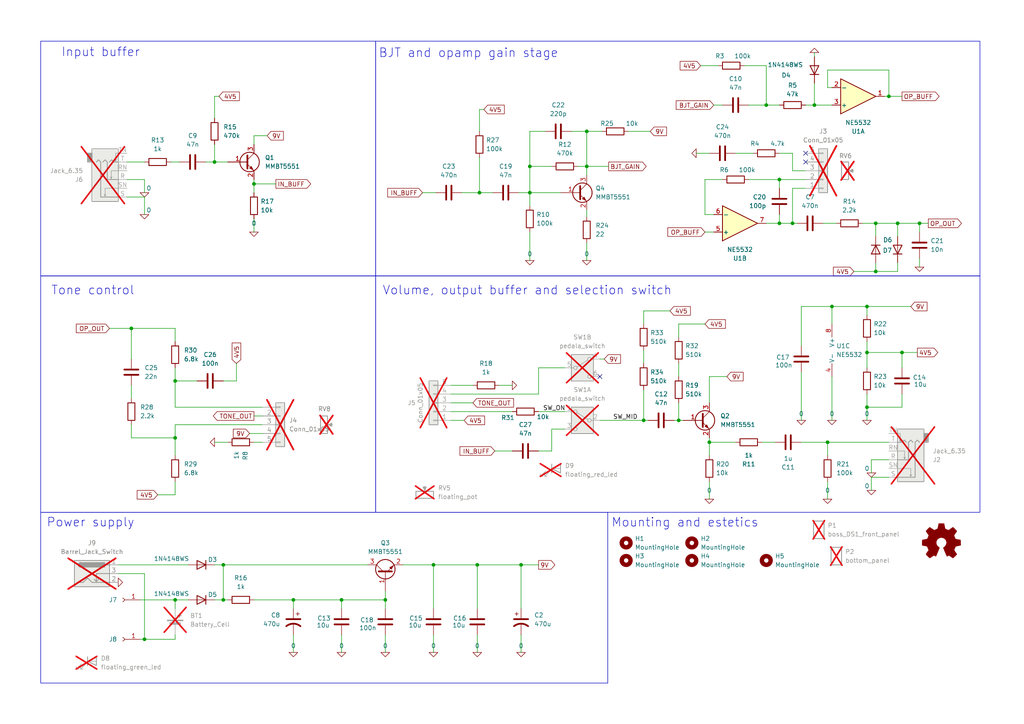
<source format=kicad_sch>
(kicad_sch (version 20250114) (generator "eeschema") (generator_version "9.0")
  (paper "A4")
  (rectangle (start 108.966 11.938) (end 284.226 80.01))
  (rectangle (start 11.811 80.01) (end 108.966 148.59))
  (rectangle (start 108.966 80.01) (end 284.226 148.59))
  (rectangle (start 11.811 11.938) (end 108.966 80.01))
  (rectangle (start 11.811 148.59) (end 176.276 198.12))
  (text "Input buffer" (at 29.21 15.24 0) (effects (font (size 2.54 2.54))))
  (text "Mounting and estetics" (at 177.292 153.162 0) (effects (font (size 2.54 2.54)) (justify left bottom)))
  (text "Tone control" (at 26.924 84.328 0) (effects (font (size 2.54 2.54))))
  (text "BJT and opamp gain stage" (at 135.89 15.494 0) (effects (font (size 2.54 2.54))))
  (text "Volume, output buffer and selection switch" (at 152.908 84.328 0) (effects (font (size 2.54 2.54))))
  (text "Power supply" (at 13.462 151.638 0) (effects (font (size 2.54 2.54)) (justify left)))
  (junction (at 64.77 173.99))
  (junction (at 251.46 102.235))
  (junction (at 257.81 27.94))
  (junction (at 41.91 185.42))
  (junction (at 251.46 88.9))
  (junction (at 99.06 173.99))
  (junction (at 73.66 53.34))
  (junction (at 38.1 95.25))
  (junction (at 260.35 64.77))
  (junction (at 64.77 163.83))
  (junction (at 153.67 48.26))
  (junction (at 205.74 128.27))
  (junction (at 251.46 118.11))
  (junction (at 222.25 30.48))
  (junction (at 111.76 173.99))
  (junction (at 62.23 46.99))
  (junction (at 241.3 88.9))
  (junction (at 85.09 173.99))
  (junction (at 170.18 38.1))
  (junction (at 229.87 64.77))
  (junction (at 153.67 55.88))
  (junction (at 254 64.77))
  (junction (at 186.69 121.92))
  (junction (at 151.13 163.83))
  (junction (at 196.85 121.92))
  (junction (at 236.22 30.48))
  (junction (at 240.03 128.27))
  (junction (at 226.06 64.77))
  (junction (at 50.8 110.49))
  (junction (at 261.62 102.235))
  (junction (at 50.8 173.99))
  (junction (at 266.7 64.77))
  (junction (at 138.43 163.83))
  (junction (at 170.18 48.26))
  (junction (at 125.73 163.83))
  (junction (at 50.8 127))
  (junction (at 139.065 55.88))
  (junction (at 226.06 52.07))
  (junction (at 254 78.74))
  (no_connect (at 173.99 109.22))
  (no_connect (at 233.68 44.45))
  (no_connect (at 233.68 46.99))
  (wire (pts (xy 139.065 38.1) (xy 139.065 31.75)))
  (wire (pts (xy 73.66 39.37) (xy 73.66 41.91)))
  (wire (pts (xy 64.77 163.83) (xy 106.68 163.83)))
  (wire (pts (xy 111.76 171.45) (xy 111.76 173.99)))
  (wire (pts (xy 186.69 121.92) (xy 187.96 121.92)))
  (wire (pts (xy 196.85 116.84) (xy 196.85 121.92)))
  (wire (pts (xy 233.68 54.61) (xy 229.87 54.61)))
  (wire (pts (xy 160.02 124.46) (xy 163.83 124.46)))
  (wire (pts (xy 41.91 57.15) (xy 36.83 57.15)))
  (wire (pts (xy 64.77 110.49) (xy 68.58 110.49)))
  (wire (pts (xy 130.81 111.76) (xy 137.16 111.76)))
  (wire (pts (xy 186.69 93.98) (xy 186.69 90.17)))
  (wire (pts (xy 261.62 102.235) (xy 261.62 106.68)))
  (wire (pts (xy 62.23 34.29) (xy 62.23 27.94)))
  (wire (pts (xy 40.64 173.99) (xy 50.8 173.99)))
  (wire (pts (xy 138.43 184.15) (xy 138.43 189.23)))
  (wire (pts (xy 34.29 166.37) (xy 41.91 166.37)))
  (wire (pts (xy 238.76 64.77) (xy 242.57 64.77)))
  (wire (pts (xy 62.23 41.91) (xy 62.23 46.99)))
  (wire (pts (xy 232.41 128.27) (xy 240.03 128.27)))
  (wire (pts (xy 250.19 64.77) (xy 254 64.77)))
  (wire (pts (xy 143.51 130.81) (xy 148.59 130.81)))
  (wire (pts (xy 57.15 110.49) (xy 50.8 110.49)))
  (wire (pts (xy 170.18 70.485) (xy 170.18 75.565)))
  (wire (pts (xy 251.46 88.9) (xy 241.3 88.9)))
  (wire (pts (xy 266.7 74.93) (xy 266.7 77.47)))
  (wire (pts (xy 240.03 128.27) (xy 240.03 132.08)))
  (wire (pts (xy 196.85 93.98) (xy 204.47 93.98)))
  (wire (pts (xy 156.21 106.68) (xy 156.21 114.3)))
  (wire (pts (xy 213.36 44.45) (xy 218.44 44.45)))
  (wire (pts (xy 133.985 55.88) (xy 139.065 55.88)))
  (wire (pts (xy 232.41 100.33) (xy 232.41 88.9)))
  (wire (pts (xy 260.35 64.77) (xy 260.35 68.58)))
  (wire (pts (xy 254 64.77) (xy 254 68.58)))
  (wire (pts (xy 38.1 111.76) (xy 38.1 115.57)))
  (wire (pts (xy 125.73 184.15) (xy 125.73 189.23)))
  (wire (pts (xy 76.2 123.19) (xy 50.8 123.19)))
  (wire (pts (xy 222.25 19.05) (xy 222.25 30.48)))
  (wire (pts (xy 50.8 139.7) (xy 50.8 143.51)))
  (wire (pts (xy 153.67 48.26) (xy 160.02 48.26)))
  (wire (pts (xy 205.74 109.22) (xy 210.82 109.22)))
  (wire (pts (xy 240.03 128.27) (xy 257.81 128.27)))
  (wire (pts (xy 85.09 184.15) (xy 85.09 189.23)))
  (wire (pts (xy 205.74 109.22) (xy 205.74 116.84)))
  (wire (pts (xy 41.91 52.07) (xy 41.91 55.88)))
  (wire (pts (xy 138.43 163.83) (xy 125.73 163.83)))
  (wire (pts (xy 257.81 27.94) (xy 261.62 27.94)))
  (wire (pts (xy 205.74 128.27) (xy 205.74 127)))
  (wire (pts (xy 156.21 106.68) (xy 163.83 106.68)))
  (wire (pts (xy 256.54 27.94) (xy 257.81 27.94)))
  (wire (pts (xy 196.85 109.22) (xy 196.85 105.41)))
  (wire (pts (xy 173.99 121.92) (xy 186.69 121.92)))
  (wire (pts (xy 170.18 60.96) (xy 170.18 62.865)))
  (wire (pts (xy 204.47 67.31) (xy 207.01 67.31)))
  (wire (pts (xy 251.46 99.06) (xy 251.46 102.235)))
  (wire (pts (xy 226.06 54.61) (xy 226.06 52.07)))
  (wire (pts (xy 49.53 46.99) (xy 52.07 46.99)))
  (wire (pts (xy 241.3 109.22) (xy 241.3 121.92)))
  (wire (pts (xy 85.09 173.99) (xy 99.06 173.99)))
  (wire (pts (xy 167.64 48.26) (xy 170.18 48.26)))
  (wire (pts (xy 205.74 128.27) (xy 213.36 128.27)))
  (wire (pts (xy 153.67 55.88) (xy 162.56 55.88)))
  (wire (pts (xy 261.62 102.235) (xy 266.065 102.235)))
  (wire (pts (xy 240.03 139.7) (xy 240.03 144.78)))
  (wire (pts (xy 165.735 38.1) (xy 170.18 38.1)))
  (wire (pts (xy 153.67 59.69) (xy 153.67 55.88)))
  (wire (pts (xy 196.85 121.92) (xy 198.12 121.92)))
  (wire (pts (xy 257.81 133.35) (xy 252.73 133.35)))
  (wire (pts (xy 195.58 121.92) (xy 196.85 121.92)))
  (wire (pts (xy 232.41 107.95) (xy 232.41 121.92)))
  (wire (pts (xy 36.83 46.99) (xy 41.91 46.99)))
  (wire (pts (xy 99.06 184.15) (xy 99.06 189.23)))
  (wire (pts (xy 226.06 64.77) (xy 229.87 64.77)))
  (wire (pts (xy 41.91 185.42) (xy 50.8 185.42)))
  (wire (pts (xy 76.2 118.11) (xy 50.8 118.11)))
  (wire (pts (xy 99.06 173.99) (xy 99.06 176.53)))
  (wire (pts (xy 50.8 127) (xy 50.8 132.08)))
  (wire (pts (xy 111.76 176.53) (xy 111.76 173.99)))
  (wire (pts (xy 116.84 163.83) (xy 125.73 163.83)))
  (wire (pts (xy 41.91 62.23) (xy 41.91 57.15)))
  (wire (pts (xy 153.67 38.1) (xy 153.67 48.26)))
  (wire (pts (xy 36.83 52.07) (xy 41.91 52.07)))
  (wire (pts (xy 233.68 52.07) (xy 226.06 52.07)))
  (wire (pts (xy 260.35 76.2) (xy 260.35 78.74)))
  (wire (pts (xy 232.41 88.9) (xy 241.3 88.9)))
  (wire (pts (xy 217.17 52.07) (xy 226.06 52.07)))
  (wire (pts (xy 229.87 64.77) (xy 231.14 64.77)))
  (wire (pts (xy 257.81 20.32) (xy 257.81 27.94)))
  (wire (pts (xy 139.065 55.88) (xy 142.875 55.88)))
  (wire (pts (xy 153.67 67.31) (xy 153.67 75.565)))
  (wire (pts (xy 64.77 163.83) (xy 64.77 173.99)))
  (wire (pts (xy 204.47 52.07) (xy 204.47 62.23)))
  (wire (pts (xy 50.8 176.53) (xy 50.8 173.99)))
  (wire (pts (xy 186.69 105.41) (xy 186.69 101.6)))
  (wire (pts (xy 217.17 30.48) (xy 222.25 30.48)))
  (wire (pts (xy 59.69 46.99) (xy 62.23 46.99)))
  (wire (pts (xy 31.75 95.25) (xy 38.1 95.25)))
  (wire (pts (xy 50.8 143.51) (xy 45.72 143.51)))
  (wire (pts (xy 156.21 163.83) (xy 151.13 163.83)))
  (wire (pts (xy 139.065 45.72) (xy 139.065 55.88)))
  (wire (pts (xy 50.8 118.11) (xy 50.8 110.49)))
  (wire (pts (xy 156.21 130.81) (xy 160.02 130.81)))
  (wire (pts (xy 226.06 64.77) (xy 226.06 62.23)))
  (wire (pts (xy 208.28 19.05) (xy 203.2 19.05)))
  (wire (pts (xy 257.81 138.43) (xy 252.73 138.43)))
  (wire (pts (xy 50.8 99.06) (xy 50.8 95.25)))
  (wire (pts (xy 170.18 48.26) (xy 170.18 50.8)))
  (wire (pts (xy 62.23 46.99) (xy 66.04 46.99)))
  (wire (pts (xy 122.555 55.88) (xy 126.365 55.88)))
  (wire (pts (xy 73.66 53.34) (xy 73.66 52.07)))
  (wire (pts (xy 130.81 116.84) (xy 137.16 116.84)))
  (wire (pts (xy 50.8 123.19) (xy 50.8 127)))
  (wire (pts (xy 188.595 38.1) (xy 182.245 38.1)))
  (wire (pts (xy 73.66 120.65) (xy 76.2 120.65)))
  (wire (pts (xy 138.43 163.83) (xy 138.43 176.53)))
  (wire (pts (xy 139.065 31.75) (xy 140.335 31.75)))
  (wire (pts (xy 156.21 119.38) (xy 163.83 119.38)))
  (wire (pts (xy 130.81 121.92) (xy 134.62 121.92)))
  (wire (pts (xy 205.74 128.27) (xy 205.74 132.08)))
  (wire (pts (xy 66.04 128.27) (xy 62.23 128.27)))
  (wire (pts (xy 204.47 62.23) (xy 207.01 62.23)))
  (wire (pts (xy 233.68 30.48) (xy 236.22 30.48)))
  (wire (pts (xy 251.46 118.11) (xy 251.46 121.92)))
  (wire (pts (xy 73.66 53.34) (xy 80.01 53.34)))
  (wire (pts (xy 261.62 118.11) (xy 251.46 118.11)))
  (wire (pts (xy 251.46 91.44) (xy 251.46 88.9)))
  (wire (pts (xy 236.22 24.13) (xy 236.22 30.48)))
  (wire (pts (xy 251.46 114.3) (xy 251.46 118.11)))
  (wire (pts (xy 73.66 39.37) (xy 77.47 39.37)))
  (wire (pts (xy 186.69 90.17) (xy 194.31 90.17)))
  (wire (pts (xy 240.03 20.32) (xy 240.03 25.4)))
  (wire (pts (xy 130.81 119.38) (xy 148.59 119.38)))
  (wire (pts (xy 229.87 44.45) (xy 226.06 44.45)))
  (wire (pts (xy 252.73 133.35) (xy 252.73 137.16)))
  (wire (pts (xy 62.23 163.83) (xy 64.77 163.83)))
  (wire (pts (xy 186.69 113.03) (xy 186.69 121.92)))
  (wire (pts (xy 241.3 93.98) (xy 241.3 88.9)))
  (wire (pts (xy 236.22 16.51) (xy 236.22 15.24)))
  (wire (pts (xy 99.06 173.99) (xy 111.76 173.99)))
  (wire (pts (xy 222.25 64.77) (xy 226.06 64.77)))
  (wire (pts (xy 85.09 173.99) (xy 85.09 176.53)))
  (wire (pts (xy 254 64.77) (xy 260.35 64.77)))
  (wire (pts (xy 174.625 38.1) (xy 170.18 38.1)))
  (wire (pts (xy 254 76.2) (xy 254 78.74)))
  (wire (pts (xy 111.76 184.15) (xy 111.76 189.23)))
  (wire (pts (xy 153.67 48.26) (xy 153.67 55.88)))
  (wire (pts (xy 156.21 114.3) (xy 130.81 114.3)))
  (wire (pts (xy 236.22 30.48) (xy 241.3 30.48)))
  (wire (pts (xy 170.18 48.26) (xy 176.53 48.26)))
  (wire (pts (xy 50.8 110.49) (xy 50.8 106.68)))
  (wire (pts (xy 38.1 123.19) (xy 38.1 127)))
  (wire (pts (xy 62.23 173.99) (xy 64.77 173.99)))
  (wire (pts (xy 240.03 20.32) (xy 257.81 20.32)))
  (wire (pts (xy 153.67 38.1) (xy 158.115 38.1)))
  (wire (pts (xy 224.79 128.27) (xy 220.98 128.27)))
  (wire (pts (xy 68.58 110.49) (xy 68.58 105.41)))
  (wire (pts (xy 222.25 30.48) (xy 226.06 30.48)))
  (wire (pts (xy 205.74 139.7) (xy 205.74 144.78)))
  (wire (pts (xy 73.66 63.5) (xy 73.66 67.31)))
  (wire (pts (xy 229.87 49.53) (xy 233.68 49.53)))
  (wire (pts (xy 34.29 163.83) (xy 54.61 163.83)))
  (wire (pts (xy 241.3 25.4) (xy 240.03 25.4)))
  (wire (pts (xy 205.74 44.45) (xy 201.93 44.45)))
  (wire (pts (xy 151.13 184.15) (xy 151.13 189.23)))
  (wire (pts (xy 151.13 163.83) (xy 138.43 163.83)))
  (wire (pts (xy 50.8 95.25) (xy 38.1 95.25)))
  (wire (pts (xy 73.66 173.99) (xy 85.09 173.99)))
  (wire (pts (xy 252.73 138.43) (xy 252.73 142.24)))
  (wire (pts (xy 229.87 54.61) (xy 229.87 64.77)))
  (wire (pts (xy 266.7 64.77) (xy 269.24 64.77)))
  (wire (pts (xy 50.8 184.15) (xy 50.8 185.42)))
  (wire (pts (xy 247.65 78.74) (xy 254 78.74)))
  (wire (pts (xy 72.39 125.73) (xy 76.2 125.73)))
  (wire (pts (xy 40.64 185.42) (xy 41.91 185.42)))
  (wire (pts (xy 251.46 102.235) (xy 251.46 106.68)))
  (wire (pts (xy 261.62 102.235) (xy 251.46 102.235)))
  (wire (pts (xy 151.13 163.83) (xy 151.13 176.53)))
  (wire (pts (xy 38.1 127) (xy 50.8 127)))
  (wire (pts (xy 264.16 88.9) (xy 251.46 88.9)))
  (wire (pts (xy 125.73 163.83) (xy 125.73 176.53)))
  (wire (pts (xy 204.47 52.07) (xy 209.55 52.07)))
  (wire (pts (xy 41.91 166.37) (xy 41.91 185.42)))
  (wire (pts (xy 229.87 49.53) (xy 229.87 44.45)))
  (wire (pts (xy 76.2 128.27) (xy 73.66 128.27)))
  (wire (pts (xy 160.02 130.81) (xy 160.02 124.46)))
  (wire (pts (xy 144.78 111.76) (xy 148.59 111.76)))
  (wire (pts (xy 170.18 38.1) (xy 170.18 48.26)))
  (wire (pts (xy 207.01 30.48) (xy 209.55 30.48)))
  (wire (pts (xy 50.8 173.99) (xy 54.61 173.99)))
  (wire (pts (xy 62.23 27.94) (xy 63.5 27.94)))
  (wire (pts (xy 175.26 104.14) (xy 173.99 104.14)))
  (wire (pts (xy 266.7 67.31) (xy 266.7 64.77)))
  (wire (pts (xy 196.85 97.79) (xy 196.85 93.98)))
  (wire (pts (xy 38.1 95.25) (xy 38.1 104.14)))
  (wire (pts (xy 261.62 114.3) (xy 261.62 118.11)))
  (wire (pts (xy 254 78.74) (xy 260.35 78.74)))
  (wire (pts (xy 260.35 64.77) (xy 266.7 64.77)))
  (wire (pts (xy 73.66 53.34) (xy 73.66 55.88)))
  (wire (pts (xy 215.9 19.05) (xy 222.25 19.05)))
  (wire (pts (xy 150.495 55.88) (xy 153.67 55.88)))
  (wire (pts (xy 66.04 173.99) (xy 64.77 173.99)))
  (label "SW_MID" (at 177.8 121.92 0))
  (label "SW_ON" (at 157.48 119.38 0))
  (global_label "OP_BUFF" (shape output) (at 261.62 27.94 0) (property "Intersheetrefs" "${INTERSHEET_REFS}" (effects (hide yes))))
  (global_label "9V" (shape input) (at 264.16 88.9 0) (property "Intersheetrefs" "${INTERSHEET_REFS}" (effects (hide yes))))
  (global_label "OP_OUT" (shape input) (at 31.75 95.25 180) (property "Intersheetrefs" "${INTERSHEET_REFS}" (effects (hide yes))))
  (global_label "4V5" (shape input) (at 134.62 121.92 0) (property "Intersheetrefs" "${INTERSHEET_REFS}" (effects (hide yes))))
  (global_label "9V" (shape input) (at 77.47 39.37 0) (property "Intersheetrefs" "${INTERSHEET_REFS}" (effects (hide yes))))
  (global_label "BJT_GAIN" (shape input) (at 207.01 30.48 180) (property "Intersheetrefs" "${INTERSHEET_REFS}" (effects (hide yes))))
  (global_label "4V5" (shape input) (at 204.47 93.98 0) (property "Intersheetrefs" "${INTERSHEET_REFS}" (effects (hide yes))))
  (global_label "TONE_OUT" (shape input) (at 137.16 116.84 0) (property "Intersheetrefs" "${INTERSHEET_REFS}" (effects (hide yes))))
  (global_label "9V" (shape input) (at 72.39 125.73 180) (property "Intersheetrefs" "${INTERSHEET_REFS}" (effects (hide yes))))
  (global_label "IN_BUFF" (shape input) (at 122.555 55.88 180) (property "Intersheetrefs" "${INTERSHEET_REFS}" (effects (hide yes))))
  (global_label "9V" (shape input) (at 210.82 109.22 0) (property "Intersheetrefs" "${INTERSHEET_REFS}" (effects (hide yes))))
  (global_label "IN_BUFF" (shape input) (at 143.51 130.81 180) (property "Intersheetrefs" "${INTERSHEET_REFS}" (effects (hide yes))))
  (global_label "4V5" (shape input) (at 194.31 90.17 0) (property "Intersheetrefs" "${INTERSHEET_REFS}" (effects (hide yes))))
  (global_label "4V5" (shape input) (at 247.65 78.74 180) (property "Intersheetrefs" "${INTERSHEET_REFS}" (effects (hide yes))))
  (global_label "4V5" (shape input) (at 140.335 31.75 0) (property "Intersheetrefs" "${INTERSHEET_REFS}" (effects (hide yes))))
  (global_label "4V5" (shape output) (at 266.065 102.235 0) (property "Intersheetrefs" "${INTERSHEET_REFS}" (effects (hide yes))))
  (global_label "4V5" (shape input) (at 63.5 27.94 0) (property "Intersheetrefs" "${INTERSHEET_REFS}" (effects (hide yes))))
  (global_label "9V" (shape input) (at 188.595 38.1 0) (property "Intersheetrefs" "${INTERSHEET_REFS}" (effects (hide yes))))
  (global_label "9V" (shape input) (at 175.26 104.14 0) (property "Intersheetrefs" "${INTERSHEET_REFS}" (effects (hide yes))))
  (global_label "TONE_OUT" (shape output) (at 73.66 120.65 180) (property "Intersheetrefs" "${INTERSHEET_REFS}" (effects (hide yes))))
  (global_label "4V5" (shape input) (at 68.58 105.41 90) (property "Intersheetrefs" "${INTERSHEET_REFS}" (effects (hide yes))))
  (global_label "OP_BUFF" (shape input) (at 204.47 67.31 180) (property "Intersheetrefs" "${INTERSHEET_REFS}" (effects (hide yes))))
  (global_label "BJT_GAIN" (shape output) (at 176.53 48.26 0) (property "Intersheetrefs" "${INTERSHEET_REFS}" (effects (hide yes))))
  (global_label "OP_OUT" (shape output) (at 269.24 64.77 0) (property "Intersheetrefs" "${INTERSHEET_REFS}" (effects (hide yes))))
  (global_label "IN_BUFF" (shape output) (at 80.01 53.34 0) (property "Intersheetrefs" "${INTERSHEET_REFS}" (effects (hide yes))))
  (global_label "4V5" (shape input) (at 203.2 19.05 180) (property "Intersheetrefs" "${INTERSHEET_REFS}" (effects (hide yes))))
  (global_label "4V5" (shape input) (at 45.72 143.51 180) (property "Intersheetrefs" "${INTERSHEET_REFS}" (effects (hide yes))))
  (global_label "9V" (shape output) (at 156.21 163.83 0) (property "Intersheetrefs" "${INTERSHEET_REFS}" (effects (hide yes))))
  (symbol (lib_id "Device:R") (at 69.85 173.99 270) (unit 1)
    (property "Reference" "R16" (at 69.85 167.64 90))
    (property "Value" "1k" (at 69.85 170.18 90))
    (property "Footprint" "Resistor_SMD:R_0603_1608Metric_Pad0.98x0.95mm_HandSolder" (effects (hide yes)))
    (property "LCSC" "C21190" (effects (hide yes)))
  )
  (symbol (lib_id "Connector_Generic:Conn_01x05") (at 81.28 123.19 0) (unit 1) (exclude_from_sim yes) (in_bom no) (dnp yes)
    (property "Reference" "J4" (at 83.82 121.9199 0) (effects (justify left)))
    (property "Value" "Conn_01x05" (at 83.82 124.4599 0) (effects (justify left)))
    (property "Footprint" "Connector_JST:JST_EH_B5B-EH-A_1x05_P2.50mm_Vertical" (effects (hide yes)))
    (property "Description" "Generic connector, single row, 01x05, script generated (kicad-library-utils/schlib/autogen/connector/)" (effects (hide yes)))
  )
  (symbol (lib_id "Mechanical:MountingHole") (at 181.61 162.56 0) (unit 1)
    (property "Reference" "H3" (at 184.15 161.29 0) (effects (justify left)))
    (property "Value" "MountingHole" (at 184.15 163.83 0) (effects (justify left)))
    (property "Footprint" "pedale:M3_hole_with_spacer" (effects (hide yes)))
  )
  (symbol (lib_id "Diode:1N4148WS") (at 58.42 173.99 180) (unit 1)
    (property "Reference" "D5" (at 62.992 172.466 0) (effects (justify left)))
    (property "Value" "1N4148WS" (at 54.864 172.212 0) (effects (justify left)))
    (property "Footprint" "Diode_SMD:D_SOD-323" (effects (hide yes)))
    (property "Datasheet" "https://www.vishay.com/docs/85751/1n4148ws.pdf" (effects (hide yes)))
    (property "Sim.Device" "D" (effects (hide yes)))
    (property "Sim.Pins" "1=K 2=A" (effects (hide yes)))
    (property "Sim.Library" "/home/ostoja/spice_models/diode/1N4148.lib" (effects (hide yes)))
    (property "Sim.Name" "1N4148" (effects (hide yes)))
    (property "LCSC" "C2128" (effects (hide yes)))
  )
  (symbol (lib_id "Device:C") (at 266.7 71.12 180) (unit 1)
    (property "Reference" "C21" (at 269.875 69.85 0) (effects (justify right)))
    (property "Value" "10n" (at 269.875 72.39 0) (effects (justify right)))
    (property "Footprint" "Capacitor_SMD:C_0603_1608Metric_Pad1.08x0.95mm_HandSolder" (effects (hide yes)))
    (property "LCSC" "C57112" (effects (hide yes)))
  )
  (symbol (lib_id "Device:C") (at 60.96 110.49 90) (unit 1)
    (property "Reference" "C26" (at 60.96 102.87 90))
    (property "Value" "100n" (at 60.96 105.41 90))
    (property "Footprint" "Capacitor_SMD:C_0603_1608Metric_Pad1.08x0.95mm_HandSolder" (effects (hide yes)))
    (property "LCSC" "C14663" (effects (hide yes)))
  )
  (symbol (lib_id "Simulation_SPICE:0") (at 111.76 189.23 0) (unit 1)
    (property "Reference" "#GND024" (effects (hide yes)))
    (property "Value" "0" (at 111.76 187.325 0))
  )
  (symbol (lib_id "Diode:1N4148WS") (at 254 72.39 90) (mirror x) (unit 1)
    (property "Reference" "D6" (at 258.826 69.596 90) (effects (justify left)))
    (property "Value" "1N4148WS" (effects (hide yes)))
    (property "Footprint" "Diode_SMD:D_SOD-323" (effects (hide yes)))
    (property "Datasheet" "https://www.vishay.com/docs/85751/1n4148ws.pdf" (effects (hide yes)))
    (property "Sim.Device" "D" (effects (hide yes)))
    (property "Sim.Pins" "1=K 2=A" (effects (hide yes)))
    (property "Sim.Library" "/home/ostoja/spice_models/diode/1N4148.lib" (effects (hide yes)))
    (property "Sim.Name" "1N4148" (effects (hide yes)))
    (property "LCSC" "C2128" (effects (hide yes)))
  )
  (symbol (lib_id "Connector:Barrel_Jack_Switch") (at 26.67 166.37 0) (unit 1) (exclude_from_sim yes) (in_bom no) (dnp yes)
    (property "Reference" "J9" (at 26.67 157.48 0))
    (property "Value" "Barrel_Jack_Switch" (at 26.67 160.02 0))
    (property "Footprint" "pedale:BarrelJack" (effects (hide yes)))
    (property "Description" "DC Barrel Jack with an internal switch" (effects (hide yes)))
  )
  (symbol (lib_id "pedale:pedala_switch") (at 168.91 106.68 0) (unit 2) (exclude_from_sim yes) (in_bom no) (dnp yes)
    (property "Reference" "SW1" (at 168.91 97.79 0))
    (property "Value" "pedala_switch" (at 168.91 100.33 0))
    (property "Footprint" "pedale:foot_switch_tht_no_pad" (effects (hide yes)))
    (property "Description" "Switch, dual pole double throw, separate symbols" (effects (hide yes)))
  )
  (symbol (lib_id "Transistor_BJT:BC817") (at 111.76 166.37 90) (unit 1)
    (property "Reference" "Q3" (at 111.76 157.48 90))
    (property "Value" "MMBT5551" (at 111.76 160.02 90))
    (property "Footprint" "Package_TO_SOT_SMD:SOT-23" (effects (hide yes)))
    (property "Datasheet" "https://www.onsemi.com/pub/Collateral/BC818-D.pdf" (effects (hide yes)))
    (property "Sim.Library" "/home/ostoja/spice_models/bjts/BC817-40.lib" (effects (hide yes)))
    (property "Sim.Name" "BC817-40" (effects (hide yes)))
    (property "Sim.Device" "NPN" (effects (hide yes)))
    (property "Sim.Type" "GUMMELPOON" (effects (hide yes)))
    (property "Sim.Pins" "1=B 2=E 3=C" (effects (hide yes)))
    (property "Sim.Params" "is=62860a isc=187700a" (effects (hide yes)))
    (property "LCSC" "C2145" (effects (hide yes)))
  )
  (symbol (lib_id "Device:R") (at 240.03 135.89 0) (unit 1)
    (property "Reference" "R21" (at 242.57 134.6199 0) (effects (justify left)))
    (property "Value" "100k" (at 242.57 137.1599 0) (effects (justify left)))
    (property "Footprint" "Resistor_SMD:R_0603_1608Metric_Pad0.98x0.95mm_HandSolder" (effects (hide yes)))
    (property "LCSC" "C25803" (effects (hide yes)))
  )
  (symbol (lib_id "Simulation_SPICE:0") (at 232.41 121.92 0) (unit 1)
    (property "Reference" "#GND023" (effects (hide yes)))
    (property "Value" "0" (at 232.41 120.015 0))
  )
  (symbol (lib_id "Transistor_BJT:BC817") (at 203.2 121.92 0) (unit 1)
    (property "Reference" "Q2" (at 208.915 120.65 0) (effects (justify left)))
    (property "Value" "MMBT5551" (at 208.915 123.19 0) (effects (justify left)))
    (property "Footprint" "Package_TO_SOT_SMD:SOT-23" (effects (hide yes)))
    (property "Datasheet" "https://www.onsemi.com/pub/Collateral/BC818-D.pdf" (effects (hide yes)))
    (property "Sim.Library" "/home/ostoja/spice_models/bjts/BC817-40.lib" (effects (hide yes)))
    (property "Sim.Name" "BC817-40" (effects (hide yes)))
    (property "Sim.Device" "NPN" (effects (hide yes)))
    (property "Sim.Type" "GUMMELPOON" (effects (hide yes)))
    (property "Sim.Pins" "1=B 2=E 3=C" (effects (hide yes)))
    (property "Sim.Params" "is=62860a isc=187700a" (effects (hide yes)))
    (property "LCSC" "C2145" (effects (hide yes)))
  )
  (symbol (lib_id "pedale:floating_pot") (at 93.98 123.19 0) (unit 1) (exclude_from_sim yes) (in_bom no) (dnp yes)
    (property "Reference" "RV8" (at 92.202 118.618 0) (effects (justify left)))
    (property "Value" "floating_pot" (effects (hide yes)))
    (property "Footprint" "pedale:floating_pot" (effects (hide yes)))
    (property "Description" "Potentiometer" (effects (hide yes)))
  )
  (symbol (lib_id "Simulation_SPICE:0") (at 201.93 44.45 270) (unit 1)
    (property "Reference" "#GND028" (effects (hide yes)))
    (property "Value" "0" (effects (hide yes)))
  )
  (symbol (lib_id "pedale:floating_red_led") (at 161.29 135.89 0) (unit 1) (exclude_from_sim yes) (in_bom no) (dnp yes)
    (property "Reference" "D9" (at 163.83 135.0644 0) (effects (justify left)))
    (property "Value" "floating_red_led" (at 163.83 137.6044 0) (effects (justify left)))
    (property "Footprint" "pedale:floating_red_led" (effects (hide yes)))
    (property "Description" "Light emitting diode" (effects (hide yes)))
    (property "Sim.Pins" "1=K 2=A" (effects (hide yes)))
  )
  (symbol (lib_id "Simulation_SPICE:0") (at 236.22 15.24 0) (mirror x) (unit 1)
    (property "Reference" "#GND018" (effects (hide yes)))
    (property "Value" "0" (effects (hide yes)))
  )
  (symbol (lib_id "Device:R") (at 152.4 119.38 90) (mirror x) (unit 1)
    (property "Reference" "R31" (at 147.32 121.158 90))
    (property "Value" "10k" (at 157.48 120.904 90))
    (property "Footprint" "Resistor_SMD:R_0603_1608Metric_Pad0.98x0.95mm_HandSolder" (effects (hide yes)))
    (property "LCSC" "C25804" (effects (hide yes)))
  )
  (symbol (lib_id "Simulation_SPICE:0") (at 99.06 189.23 0) (unit 1)
    (property "Reference" "#GND05" (effects (hide yes)))
    (property "Value" "0" (at 99.06 187.325 0))
  )
  (symbol (lib_id "Device:C") (at 111.76 180.34 180) (unit 1)
    (property "Reference" "C18" (at 106.426 179.832 0))
    (property "Value" "100n" (at 106.68 182.118 0))
    (property "Footprint" "Capacitor_SMD:C_0603_1608Metric_Pad1.08x0.95mm_HandSolder" (effects (hide yes)))
    (property "LCSC" "C14663" (effects (hide yes)))
  )
  (symbol (lib_id "Transistor_BJT:BC817") (at 71.12 46.99 0) (unit 1)
    (property "Reference" "Q1" (at 76.835 45.72 0) (effects (justify left)))
    (property "Value" "MMBT5551" (at 76.835 48.26 0) (effects (justify left)))
    (property "Footprint" "Package_TO_SOT_SMD:SOT-23" (effects (hide yes)))
    (property "Datasheet" "https://www.onsemi.com/pub/Collateral/BC818-D.pdf" (effects (hide yes)))
    (property "Sim.Library" "/home/ostoja/spice_models/bjts/BC817-40.lib" (effects (hide yes)))
    (property "Sim.Name" "BC817-40" (effects (hide yes)))
    (property "Sim.Device" "NPN" (effects (hide yes)))
    (property "Sim.Type" "GUMMELPOON" (effects (hide yes)))
    (property "Sim.Pins" "1=B 2=E 3=C" (effects (hide yes)))
    (property "Sim.Params" "is=62860a isc=187700a" (effects (hide yes)))
    (property "LCSC" "C2145" (effects (hide yes)))
  )
  (symbol (lib_id "Device:C") (at 146.685 55.88 90) (unit 1)
    (property "Reference" "C19" (at 146.685 48.26 90))
    (property "Value" "47n" (at 146.685 50.8 90))
    (property "Footprint" "Capacitor_SMD:C_0603_1608Metric_Pad1.08x0.95mm_HandSolder" (effects (hide yes)))
    (property "LCSC" "C1622" (effects (hide yes)))
  )
  (symbol (lib_id "pedale:Jack_6.35") (at 262.89 133.35 180) (unit 1) (exclude_from_sim yes) (in_bom no) (dnp yes)
    (property "Reference" "J2" (at 270.51 133.3501 0) (effects (justify right)))
    (property "Value" "Jack_6.35" (at 270.51 130.8101 0) (effects (justify right)))
    (property "Footprint" "pedale:Jack_6.35mm" (effects (hide yes)))
    (property "Description" "Audio Jack, 3 Poles (Stereo / TRS), Switched Poles (Normalling)" (effects (hide yes)))
  )
  (symbol (lib_id "pedale:pedala_switch") (at 168.91 121.92 0) (mirror y) (unit 1) (exclude_from_sim yes) (in_bom no) (dnp yes)
    (property "Reference" "SW1" (at 168.91 113.03 0))
    (property "Value" "pedala_switch" (at 168.91 115.57 0))
    (property "Footprint" "pedale:foot_switch_tht_no_pad" (effects (hide yes)))
    (property "Description" "Switch, dual pole double throw, separate symbols" (effects (hide yes)))
  )
  (symbol (lib_id "Device:R") (at 50.8 135.89 0) (unit 1)
    (property "Reference" "R29" (at 53.34 134.6199 0) (effects (justify left)))
    (property "Value" "6.8k" (at 53.34 137.1599 0) (effects (justify left)))
    (property "Footprint" "Resistor_SMD:R_0603_1608Metric_Pad0.98x0.95mm_HandSolder" (effects (hide yes)))
    (property "LCSC" "C23212" (effects (hide yes)))
  )
  (symbol (lib_id "Device:C") (at 161.925 38.1 90) (unit 1)
    (property "Reference" "C22" (at 161.925 30.48 90))
    (property "Value" "220p" (at 161.925 33.02 90))
    (property "Footprint" "Capacitor_SMD:C_0603_1608Metric_Pad1.08x0.95mm_HandSolder" (effects (hide yes)))
    (property "LCSC" "C1603" (effects (hide yes)))
  )
  (symbol (lib_id "Simulation_SPICE:0") (at 252.73 142.24 0) (mirror y) (unit 1)
    (property "Reference" "#GND031" (effects (hide yes)))
    (property "Value" "0" (at 251.46 140.97 0))
  )
  (symbol (lib_id "Transistor_BJT:BC817") (at 167.64 55.88 0) (unit 1)
    (property "Reference" "Q4" (at 172.72 54.6099 0) (effects (justify left)))
    (property "Value" "MMBT5551" (at 172.72 57.1499 0) (effects (justify left)))
    (property "Footprint" "Package_TO_SOT_SMD:SOT-23" (effects (hide yes)))
    (property "Datasheet" "https://www.onsemi.com/pub/Collateral/BC818-D.pdf" (effects (hide yes)))
    (property "Sim.Library" "/home/ostoja/spice_models/bjts/BC817-40.lib" (effects (hide yes)))
    (property "Sim.Name" "BC817-40" (effects (hide yes)))
    (property "Sim.Device" "NPN" (effects (hide yes)))
    (property "Sim.Type" "GUMMELPOON" (effects (hide yes)))
    (property "Sim.Pins" "1=B 2=E 3=C" (effects (hide yes)))
    (property "Sim.Params" "is=62860a isc=187700a" (effects (hide yes)))
    (property "LCSC" "C2145" (effects (hide yes)))
  )
  (symbol (lib_id "Diode:1N4148WS") (at 260.35 72.39 270) (mirror x) (unit 1)
    (property "Reference" "D7" (at 256.032 72.644 90) (effects (justify left)))
    (property "Value" "1N4148WS" (effects (hide yes)))
    (property "Footprint" "Diode_SMD:D_SOD-323" (effects (hide yes)))
    (property "Datasheet" "https://www.vishay.com/docs/85751/1n4148ws.pdf" (effects (hide yes)))
    (property "Sim.Device" "D" (effects (hide yes)))
    (property "Sim.Pins" "1=K 2=A" (effects (hide yes)))
    (property "Sim.Library" "/home/ostoja/spice_models/diode/1N4148.lib" (effects (hide yes)))
    (property "Sim.Name" "1N4148" (effects (hide yes)))
    (property "LCSC" "C2128" (effects (hide yes)))
  )
  (symbol (lib_id "Device:C") (at 228.6 128.27 90) (mirror x) (unit 1)
    (property "Reference" "C11" (at 228.6 135.5259 90))
    (property "Value" "1u" (at 228.6 132.9859 90))
    (property "Footprint" "Capacitor_SMD:C_0603_1608Metric_Pad1.08x0.95mm_HandSolder" (effects (hide yes)))
    (property "LCSC" "C15849" (effects (hide yes)))
  )
  (symbol (lib_id "Simulation_SPICE:0") (at 34.29 168.91 90) (unit 1)
    (property "Reference" "#GND03" (effects (hide yes)))
    (property "Value" "0" (effects (hide yes)))
  )
  (symbol (lib_id "pedale:floating_green_led") (at 26.67 191.77 0) (unit 1) (exclude_from_sim yes) (in_bom no) (dnp yes)
    (property "Reference" "D8" (at 29.21 190.9444 0) (effects (justify left)))
    (property "Value" "floating_green_led" (at 29.21 193.4844 0) (effects (justify left)))
    (property "Footprint" "pedale:floating_green_led" (effects (hide yes)))
    (property "Description" "Light emitting diode" (effects (hide yes)))
    (property "Sim.Pins" "1=K 2=A" (effects (hide yes)))
  )
  (symbol (lib_id "Graphic:Logo_Open_Hardware_Small") (at 273.05 157.48 0) (unit 1)
    (property "Reference" "SIM1" (effects (hide yes)))
    (property "Value" "Logo_Open_Hardware_Small" (effects (hide yes)))
    (property "Footprint" "Symbol:OSHW-Logo2_7.3x6mm_SilkScreen" (effects (hide yes)))
    (property "Description" "Open Hardware logo, small" (effects (hide yes)))
  )
  (symbol (lib_id "Simulation_SPICE:0") (at 73.66 67.31 0) (unit 1)
    (property "Reference" "#GND08" (effects (hide yes)))
    (property "Value" "0" (at 73.66 64.77 0))
  )
  (symbol (lib_id "pedale:boss_DS1_front_panel") (at 237.49 153.67 0) (unit 1) (exclude_from_sim yes) (in_bom no) (dnp yes)
    (property "Reference" "P1" (at 240.03 152.3999 0) (effects (justify left)))
    (property "Value" "boss_DS1_front_panel" (at 240.03 154.9399 0) (effects (justify left)))
    (property "Footprint" "pedale:boss_DS1_front_plate" (effects (hide yes)))
    (property "Description" "Potentiometer" (effects (hide yes)))
  )
  (symbol (lib_id "Device:R") (at 217.17 128.27 270) (mirror x) (unit 1)
    (property "Reference" "R11" (at 217.17 134.62 90))
    (property "Value" "1k" (at 217.17 132.08 90))
    (property "Footprint" "Resistor_SMD:R_0603_1608Metric_Pad0.98x0.95mm_HandSolder" (effects (hide yes)))
    (property "LCSC" "C21190" (effects (hide yes)))
  )
  (symbol (lib_id "Device:R") (at 246.38 64.77 270) (unit 1)
    (property "Reference" "R14" (at 246.38 58.42 90))
    (property "Value" "2.2k" (at 246.38 60.96 90))
    (property "Footprint" "Resistor_SMD:R_0603_1608Metric_Pad0.98x0.95mm_HandSolder" (effects (hide yes)))
    (property "LCSC" "C4190" (effects (hide yes)))
  )
  (symbol (lib_id "pedale:floating_pot") (at 123.19 143.51 90) (unit 1) (exclude_from_sim yes) (in_bom no) (dnp yes)
    (property "Reference" "RV5" (at 127 141.5414 90) (effects (justify right)))
    (property "Value" "floating_pot" (at 127 144.0814 90) (effects (justify right)))
    (property "Footprint" "pedale:floating_pot" (effects (hide yes)))
    (property "Description" "Potentiometer" (effects (hide yes)))
  )
  (symbol (lib_id "Device:C") (at 213.36 30.48 90) (unit 1)
    (property "Reference" "C10" (at 213.36 22.86 90))
    (property "Value" "47n" (at 213.36 25.4 90))
    (property "Footprint" "Capacitor_SMD:C_0603_1608Metric_Pad1.08x0.95mm_HandSolder" (effects (hide yes)))
    (property "LCSC" "C1622" (effects (hide yes)))
  )
  (symbol (lib_id "Device:C") (at 130.175 55.88 90) (unit 1)
    (property "Reference" "C23" (at 130.175 48.26 90))
    (property "Value" "470n" (at 130.175 50.8 90))
    (property "Footprint" "Capacitor_SMD:C_0603_1608Metric_Pad1.08x0.95mm_HandSolder" (effects (hide yes)))
    (property "LCSC" "C1623" (effects (hide yes)))
  )
  (symbol (lib_id "Device:R") (at 205.74 135.89 0) (unit 1)
    (property "Reference" "R20" (at 207.645 134.62 0) (effects (justify left)))
    (property "Value" "10k" (at 207.645 137.16 0) (effects (justify left)))
    (property "Footprint" "Resistor_SMD:R_0603_1608Metric_Pad0.98x0.95mm_HandSolder" (effects (hide yes)))
    (property "LCSC" "C25804" (effects (hide yes)))
  )
  (symbol (lib_id "pedale:boss_DS1_front_panel") (at 242.57 161.29 0) (unit 1) (exclude_from_sim yes) (in_bom no) (dnp yes)
    (property "Reference" "P2" (at 245.11 160.0199 0) (effects (justify left)))
    (property "Value" "bottom_panel" (at 245.11 162.5599 0) (effects (justify left)))
    (property "Footprint" "pedale:bottom_plate" (effects (hide yes)))
    (property "Description" "Potentiometer" (effects (hide yes)))
  )
  (symbol (lib_id "Connector:Conn_01x01_Socket") (at 35.56 185.42 180) (unit 1)
    (property "Reference" "J8" (at 32.766 185.42 0))
    (property "Value" "Conn_01x01_Socket" (effects (hide yes)))
    (property "Footprint" "TestPoint:TestPoint_THTPad_D2.5mm_Drill1.2mm" (effects (hide yes)))
    (property "Description" "Generic connector, single row, 01x01, script generated" (effects (hide yes)))
  )
  (symbol (lib_id "Device:R") (at 196.85 101.6 0) (unit 1)
    (property "Reference" "R32" (at 198.755 100.3299 0) (effects (justify left)))
    (property "Value" "510k" (at 198.755 102.8699 0) (effects (justify left)))
    (property "Footprint" "Resistor_SMD:R_0603_1608Metric_Pad0.98x0.95mm_HandSolder" (effects (hide yes)))
    (property "LCSC" "C23192" (effects (hide yes)))
  )
  (symbol (lib_id "Mechanical:MountingHole") (at 222.25 162.56 0) (unit 1)
    (property "Reference" "H5" (at 224.79 161.29 0) (effects (justify left)))
    (property "Value" "MountingHole" (at 224.79 163.83 0) (effects (justify left)))
    (property "Footprint" "pedale:M3_hole_with_spacer" (effects (hide yes)))
  )
  (symbol (lib_id "Device:C") (at 55.88 46.99 90) (unit 1)
    (property "Reference" "C9" (at 55.88 39.37 90))
    (property "Value" "47n" (at 55.88 41.91 90))
    (property "Footprint" "Capacitor_SMD:C_0603_1608Metric_Pad1.08x0.95mm_HandSolder" (effects (hide yes)))
    (property "LCSC" "C1622" (effects (hide yes)))
  )
  (symbol (lib_id "Device:R") (at 229.87 30.48 90) (unit 1)
    (property "Reference" "R5" (at 229.87 24.765 90))
    (property "Value" "47k" (at 229.87 27.305 90))
    (property "Footprint" "Resistor_SMD:R_0603_1608Metric_Pad0.98x0.95mm_HandSolder" (effects (hide yes)))
    (property "LCSC" "C25819" (effects (hide yes)))
  )
  (symbol (lib_id "Simulation_SPICE:0") (at 41.91 55.88 0) (unit 1)
    (property "Reference" "#GND025" (effects (hide yes)))
    (property "Value" "0" (at 43.18 54.61 0))
  )
  (symbol (lib_id "Device:R") (at 222.25 44.45 90) (unit 1)
    (property "Reference" "R4" (at 218.948 41.656 90))
    (property "Value" "4.7k" (at 225.552 41.656 90))
    (property "Footprint" "Resistor_SMD:R_0603_1608Metric_Pad0.98x0.95mm_HandSolder" (effects (hide yes)))
    (property "LCSC" "C23162" (effects (hide yes)))
  )
  (symbol (lib_id "Device:C") (at 99.06 180.34 0) (mirror y) (unit 1)
    (property "Reference" "C13" (at 93.98 179.324 0))
    (property "Value" "10u" (at 93.726 181.356 0))
    (property "Footprint" "Capacitor_SMD:C_0603_1608Metric_Pad1.08x0.95mm_HandSolder" (effects (hide yes)))
    (property "LCSC" "C96446" (effects (hide yes)))
  )
  (symbol (lib_id "Mechanical:MountingHole") (at 200.66 157.48 0) (unit 1)
    (property "Reference" "H2" (at 203.2 156.21 0) (effects (justify left)))
    (property "Value" "MountingHole" (at 203.2 158.75 0) (effects (justify left)))
    (property "Footprint" "pedale:M3_hole_with_spacer" (effects (hide yes)))
  )
  (symbol (lib_id "Device:C") (at 125.73 180.34 0) (mirror y) (unit 1)
    (property "Reference" "C15" (at 120.65 179.324 0))
    (property "Value" "10u" (at 120.396 181.356 0))
    (property "Footprint" "Capacitor_SMD:C_0603_1608Metric_Pad1.08x0.95mm_HandSolder" (effects (hide yes)))
    (property "LCSC" "C96446" (effects (hide yes)))
  )
  (symbol (lib_id "Device:R") (at 62.23 38.1 180) (unit 1)
    (property "Reference" "R15" (at 64.77 36.8299 0) (effects (justify right)))
    (property "Value" "470k" (at 64.77 39.3699 0) (effects (justify right)))
    (property "Footprint" "Resistor_SMD:R_0603_1608Metric_Pad0.98x0.95mm_HandSolder" (effects (hide yes)))
    (property "LCSC" "C23178" (effects (hide yes)))
  )
  (symbol (lib_id "Device:R") (at 186.69 109.22 0) (unit 1)
    (property "Reference" "R34" (at 188.595 107.9499 0) (effects (justify left)))
    (property "Value" "510k" (at 188.595 110.4899 0) (effects (justify left)))
    (property "Footprint" "Resistor_SMD:R_0603_1608Metric_Pad0.98x0.95mm_HandSolder" (effects (hide yes)))
    (property "LCSC" "C23192" (effects (hide yes)))
  )
  (symbol (lib_id "Simulation_SPICE:0") (at 151.13 189.23 0) (unit 1)
    (property "Reference" "#GND021" (effects (hide yes)))
    (property "Value" "0" (at 151.13 187.325 0))
  )
  (symbol (lib_id "Simulation_SPICE:0") (at 138.43 189.23 0) (unit 1)
    (property "Reference" "#GND020" (effects (hide yes)))
    (property "Value" "0" (at 138.43 187.325 0))
  )
  (symbol (lib_id "Diode:1N4148WS") (at 58.42 163.83 180) (unit 1)
    (property "Reference" "D3" (at 62.992 162.306 0) (effects (justify left)))
    (property "Value" "1N4148WS" (at 54.864 162.052 0) (effects (justify left)))
    (property "Footprint" "Diode_SMD:D_SOD-323" (effects (hide yes)))
    (property "Datasheet" "https://www.vishay.com/docs/85751/1n4148ws.pdf" (effects (hide yes)))
    (property "Sim.Device" "D" (effects (hide yes)))
    (property "Sim.Pins" "1=K 2=A" (effects (hide yes)))
    (property "Sim.Library" "/home/ostoja/spice_models/diode/1N4148.lib" (effects (hide yes)))
    (property "Sim.Name" "1N4148" (effects (hide yes)))
    (property "LCSC" "C2128" (effects (hide yes)))
  )
  (symbol (lib_id "Simulation_SPICE:0") (at 266.7 77.47 0) (unit 1)
    (property "Reference" "#GND010" (effects (hide yes)))
    (property "Value" "0" (effects (hide yes)))
  )
  (symbol (lib_id "Device:C") (at 234.95 64.77 90) (unit 1)
    (property "Reference" "C7" (at 234.95 57.15 90))
    (property "Value" "470n" (at 234.95 59.69 90))
    (property "Footprint" "Capacitor_SMD:C_0603_1608Metric_Pad1.08x0.95mm_HandSolder" (effects (hide yes)))
    (property "LCSC" "C1623" (effects (hide yes)))
  )
  (symbol (lib_id "Simulation_SPICE:0") (at 240.03 144.78 0) (unit 1)
    (property "Reference" "#GND014" (effects (hide yes)))
    (property "Value" "0" (at 240.03 142.24 0))
  )
  (symbol (lib_id "Device:R") (at 38.1 119.38 0) (unit 1)
    (property "Reference" "R28" (at 40.64 118.1099 0) (effects (justify left)))
    (property "Value" "2.2k" (at 40.64 120.6499 0) (effects (justify left)))
    (property "Footprint" "Resistor_SMD:R_0603_1608Metric_Pad0.98x0.95mm_HandSolder" (effects (hide yes)))
    (property "LCSC" "C4190" (effects (hide yes)))
  )
  (symbol (lib_id "Mechanical:MountingHole") (at 181.61 157.48 0) (unit 1)
    (property "Reference" "H1" (at 184.15 156.21 0) (effects (justify left)))
    (property "Value" "MountingHole" (at 184.15 158.75 0) (effects (justify left)))
    (property "Footprint" "pedale:M3_hole_with_spacer" (effects (hide yes)))
  )
  (symbol (lib_id "Simulation_SPICE:0") (at 153.67 75.565 0) (unit 1)
    (property "Reference" "#GND06" (effects (hide yes)))
    (property "Value" "0" (at 153.67 73.66 0))
  )
  (symbol (lib_id "Device:C") (at 138.43 180.34 0) (mirror y) (unit 1)
    (property "Reference" "C16" (at 133.35 179.324 0))
    (property "Value" "10u" (at 133.096 181.356 0))
    (property "Footprint" "Capacitor_SMD:C_0603_1608Metric_Pad1.08x0.95mm_HandSolder" (effects (hide yes)))
    (property "LCSC" "C96446" (effects (hide yes)))
  )
  (symbol (lib_id "Device:R") (at 213.36 52.07 90) (unit 1)
    (property "Reference" "R6" (at 210.058 49.276 90))
    (property "Value" "100k" (at 216.662 49.276 90))
    (property "Footprint" "Resistor_SMD:R_0603_1608Metric_Pad0.98x0.95mm_HandSolder" (effects (hide yes)))
    (property "LCSC" "C25803" (effects (hide yes)))
  )
  (symbol (lib_id "Simulation_SPICE:0") (at 85.09 189.23 0) (unit 1)
    (property "Reference" "#GND022" (effects (hide yes)))
    (property "Value" "0" (at 85.09 187.325 0))
  )
  (symbol (lib_id "Amplifier_Operational:NE5532") (at 243.84 101.6 0) (unit 3)
    (property "Reference" "U1" (at 242.57 100.3299 0) (effects (justify left)))
    (property "Value" "NE5532" (at 242.57 102.8699 0) (effects (justify left)))
    (property "Footprint" "Package_SO:SOIC-8_3.9x4.9mm_P1.27mm" (effects (hide yes)))
    (property "Datasheet" "http://www.ti.com/lit/ds/symlink/ne5532.pdf" (effects (hide yes)))
    (property "Description" "Dual Low-Noise Operational Amplifiers, DIP-8/SOIC-8" (effects (hide yes)))
    (property "LCSC" "C7426" (effects (hide yes)))
  )
  (symbol (lib_id "Device:R") (at 251.46 110.49 0) (unit 1)
    (property "Reference" "R23" (at 253.365 109.22 0) (effects (justify left)))
    (property "Value" "10k" (at 253.365 111.76 0) (effects (justify left)))
    (property "Footprint" "Resistor_SMD:R_0603_1608Metric_Pad0.98x0.95mm_HandSolder" (effects (hide yes)))
    (property "LCSC" "C25804" (effects (hide yes)))
  )
  (symbol (lib_id "Amplifier_Operational:NE5532") (at 214.63 64.77 0) (mirror x) (unit 2)
    (property "Reference" "U1" (at 214.63 74.93 0))
    (property "Value" "NE5532" (at 214.63 72.39 0))
    (property "Footprint" "Package_SO:SOIC-8_3.9x4.9mm_P1.27mm" (effects (hide yes)))
    (property "Datasheet" "http://www.ti.com/lit/ds/symlink/ne5532.pdf" (effects (hide yes)))
    (property "Description" "Dual Low-Noise Operational Amplifiers, DIP-8/SOIC-8" (effects (hide yes)))
    (property "LCSC" "C7426" (effects (hide yes)))
  )
  (symbol (lib_id "Device:C") (at 38.1 107.95 180) (unit 1)
    (property "Reference" "C25" (at 41.91 106.6799 0) (effects (justify right)))
    (property "Value" "22n" (at 41.91 109.2199 0) (effects (justify right)))
    (property "Footprint" "Capacitor_SMD:C_0603_1608Metric_Pad1.08x0.95mm_HandSolder" (effects (hide yes)))
    (property "LCSC" "C21122" (effects (hide yes)))
  )
  (symbol (lib_id "Simulation_SPICE:0") (at 62.23 128.27 270) (unit 1)
    (property "Reference" "#GND012" (effects (hide yes)))
    (property "Value" "0" (effects (hide yes)))
  )
  (symbol (lib_id "Device:R") (at 186.69 97.79 0) (unit 1)
    (property "Reference" "R33" (at 188.595 96.5199 0) (effects (justify left)))
    (property "Value" "510k" (at 188.595 99.0599 0) (effects (justify left)))
    (property "Footprint" "Resistor_SMD:R_0603_1608Metric_Pad0.98x0.95mm_HandSolder" (effects (hide yes)))
    (property "LCSC" "C23192" (effects (hide yes)))
  )
  (symbol (lib_id "Mechanical:MountingHole") (at 200.66 162.56 0) (unit 1)
    (property "Reference" "H4" (at 203.2 161.29 0) (effects (justify left)))
    (property "Value" "MountingHole" (at 203.2 163.83 0) (effects (justify left)))
    (property "Footprint" "pedale:M3_hole_with_spacer" (effects (hide yes)))
  )
  (symbol (lib_id "Device:C_Polarized_US") (at 85.09 180.34 0) (mirror y) (unit 1)
    (property "Reference" "C8" (at 81.28 178.4349 0) (effects (justify left)))
    (property "Value" "470u" (at 81.28 180.9749 0) (effects (justify left)))
    (property "Footprint" "Capacitor_THT:CP_Radial_D8.0mm_P3.50mm" (effects (hide yes)))
    (property "Description" "Polarized capacitor, US symbol" (effects (hide yes)))
  )
  (symbol (lib_id "pedale:Jack_6.35") (at 31.75 52.07 0) (mirror x) (unit 1) (exclude_from_sim yes) (in_bom no) (dnp yes)
    (property "Reference" "J6" (at 24.13 52.0701 0) (effects (justify right)))
    (property "Value" "Jack_6.35" (at 24.13 49.5301 0) (effects (justify right)))
    (property "Footprint" "pedale:Jack_6.35mm" (effects (hide yes)))
    (property "Description" "Audio Jack, 3 Poles (Stereo / TRS), Switched Poles (Normalling)" (effects (hide yes)))
  )
  (symbol (lib_id "Simulation_SPICE:0") (at 251.46 121.92 0) (unit 1)
    (property "Reference" "#GND017" (effects (hide yes)))
    (property "Value" "0" (at 251.46 120.015 0))
  )
  (symbol (lib_id "Device:R") (at 212.09 19.05 90) (unit 1)
    (property "Reference" "R3" (at 208.788 16.256 90))
    (property "Value" "100k" (at 215.392 16.256 90))
    (property "Footprint" "Resistor_SMD:R_0603_1608Metric_Pad0.98x0.95mm_HandSolder" (effects (hide yes)))
    (property "LCSC" "C25803" (effects (hide yes)))
  )
  (symbol (lib_id "Device:C") (at 232.41 104.14 180) (unit 1)
    (property "Reference" "C17" (at 227.076 103.632 0))
    (property "Value" "100n" (at 227.33 105.918 0))
    (property "Footprint" "Capacitor_SMD:C_0603_1608Metric_Pad1.08x0.95mm_HandSolder" (effects (hide yes)))
    (property "LCSC" "C14663" (effects (hide yes)))
  )
  (symbol (lib_id "Connector_Generic:Conn_01x05") (at 238.76 49.53 0) (mirror x) (unit 1) (exclude_from_sim yes) (in_bom no) (dnp yes)
    (property "Reference" "J3" (at 238.76 38.1 0))
    (property "Value" "Conn_01x05" (at 238.76 40.64 0))
    (property "Footprint" "Connector_JST:JST_EH_B5B-EH-A_1x05_P2.50mm_Vertical" (effects (hide yes)))
    (property "Description" "Generic connector, single row, 01x05, script generated (kicad-library-utils/schlib/autogen/connector/)" (effects (hide yes)))
  )
  (symbol (lib_id "Connector:Conn_01x01_Socket") (at 35.56 173.99 180) (unit 1)
    (property "Reference" "J7" (at 32.766 173.99 0))
    (property "Value" "Conn_01x01_Socket" (effects (hide yes)))
    (property "Footprint" "TestPoint:TestPoint_THTPad_D2.5mm_Drill1.2mm" (effects (hide yes)))
    (property "Description" "Generic connector, single row, 01x01, script generated" (effects (hide yes)))
  )
  (symbol (lib_id "Device:R") (at 139.065 41.91 0) (unit 1)
    (property "Reference" "R27" (at 140.97 40.64 0) (effects (justify left)))
    (property "Value" "100k" (at 140.97 43.18 0) (effects (justify left)))
    (property "Footprint" "Resistor_SMD:R_0603_1608Metric_Pad0.98x0.95mm_HandSolder" (effects (hide yes)))
    (property "LCSC" "C25803" (effects (hide yes)))
  )
  (symbol (lib_id "Simulation_SPICE:0") (at 170.18 75.565 0) (unit 1)
    (property "Reference" "#GND07" (effects (hide yes)))
    (property "Value" "0" (at 170.18 73.66 0))
  )
  (symbol (lib_id "Amplifier_Operational:NE5532") (at 248.92 27.94 0) (mirror x) (unit 1)
    (property "Reference" "U1" (at 248.92 38.1 0))
    (property "Value" "NE5532" (at 248.92 35.56 0))
    (property "Footprint" "Package_SO:SOIC-8_3.9x4.9mm_P1.27mm" (effects (hide yes)))
    (property "Datasheet" "http://www.ti.com/lit/ds/symlink/ne5532.pdf" (effects (hide yes)))
    (property "Description" "Dual Low-Noise Operational Amplifiers, DIP-8/SOIC-8" (effects (hide yes)))
    (property "LCSC" "C7426" (effects (hide yes)))
  )
  (symbol (lib_id "Device:C_Polarized_US") (at 151.13 180.34 0) (unit 1)
    (property "Reference" "C2" (at 154.94 178.4349 0) (effects (justify left)))
    (property "Value" "470u" (at 154.94 180.9749 0) (effects (justify left)))
    (property "Footprint" "Capacitor_THT:CP_Radial_D8.0mm_P3.50mm" (effects (hide yes)))
    (property "Description" "Polarized capacitor, US symbol" (effects (hide yes)))
  )
  (symbol (lib_id "Device:R") (at 153.67 63.5 0) (unit 1)
    (property "Reference" "R10" (at 155.575 62.23 0) (effects (justify left)))
    (property "Value" "100k" (at 155.575 64.77 0) (effects (justify left)))
    (property "Footprint" "Resistor_SMD:R_0603_1608Metric_Pad0.98x0.95mm_HandSolder" (effects (hide yes)))
    (property "LCSC" "C25803" (effects (hide yes)))
  )
  (symbol (lib_id "Simulation_SPICE:0") (at 241.3 121.92 0) (unit 1)
    (property "Reference" "#GND016" (effects (hide yes)))
    (property "Value" "0" (at 241.3 120.015 0))
  )
  (symbol (lib_id "Device:C") (at 209.55 44.45 90) (unit 1)
    (property "Reference" "C24" (at 209.55 36.83 90))
    (property "Value" "470n" (at 209.55 39.37 90))
    (property "Footprint" "Capacitor_SMD:C_0603_1608Metric_Pad1.08x0.95mm_HandSolder" (effects (hide yes)))
    (property "LCSC" "C1623" (effects (hide yes)))
  )
  (symbol (lib_id "Device:R") (at 196.85 113.03 0) (unit 1)
    (property "Reference" "R19" (at 198.755 111.7599 0) (effects (justify left)))
    (property "Value" "510k" (at 198.755 114.2999 0) (effects (justify left)))
    (property "Footprint" "Resistor_SMD:R_0603_1608Metric_Pad0.98x0.95mm_HandSolder" (effects (hide yes)))
    (property "LCSC" "C23192" (effects (hide yes)))
  )
  (symbol (lib_id "Simulation_SPICE:0") (at 125.73 189.23 0) (unit 1)
    (property "Reference" "#GND019" (effects (hide yes)))
    (property "Value" "0" (at 125.73 187.325 0))
  )
  (symbol (lib_id "Simulation_SPICE:0") (at 205.74 144.78 0) (unit 1)
    (property "Reference" "#GND013" (effects (hide yes)))
    (property "Value" "0" (at 205.74 142.24 0))
  )
  (symbol (lib_id "Simulation_SPICE:0") (at 252.73 137.16 0) (mirror y) (unit 1)
    (property "Reference" "#GND026" (effects (hide yes)))
    (property "Value" "0" (at 251.46 135.89 0))
  )
  (symbol (lib_id "Device:C") (at 152.4 130.81 90) (unit 1)
    (property "Reference" "C27" (at 152.4 123.19 90))
    (property "Value" "47n" (at 152.4 125.73 90))
    (property "Footprint" "Capacitor_SMD:C_0603_1608Metric_Pad1.08x0.95mm_HandSolder" (effects (hide yes)))
    (property "LCSC" "C1622" (effects (hide yes)))
  )
  (symbol (lib_id "Simulation_SPICE:0") (at 148.59 111.76 90) (unit 1)
    (property "Reference" "#GND015" (effects (hide yes)))
    (property "Value" "0" (effects (hide yes)))
  )
  (symbol (lib_id "Device:R") (at 69.85 128.27 270) (unit 1)
    (property "Reference" "R8" (at 71.1201 130.81 0) (effects (justify left)))
    (property "Value" "1k" (at 68.5801 130.81 0) (effects (justify left)))
    (property "Footprint" "Resistor_SMD:R_0603_1608Metric_Pad0.98x0.95mm_HandSolder" (effects (hide yes)))
    (property "LCSC" "C21190" (effects (hide yes)))
  )
  (symbol (lib_id "Diode:1N4148WS") (at 236.22 20.32 90) (unit 1)
    (property "Reference" "D4" (at 229.362 21.844 90) (effects (justify left)))
    (property "Value" "1N4148WS" (at 232.918 18.796 90) (effects (justify left)))
    (property "Footprint" "Diode_SMD:D_SOD-323" (effects (hide yes)))
    (property "Datasheet" "https://www.vishay.com/docs/85751/1n4148ws.pdf" (effects (hide yes)))
    (property "Sim.Device" "D" (effects (hide yes)))
    (property "Sim.Pins" "1=K 2=A" (effects (hide yes)))
    (property "Sim.Library" "/home/ostoja/spice_models/diode/1N4148.lib" (effects (hide yes)))
    (property "Sim.Name" "1N4148" (effects (hide yes)))
    (property "LCSC" "C2128" (effects (hide yes)))
  )
  (symbol (lib_id "Device:Battery_Cell") (at 50.8 181.61 0) (unit 1) (exclude_from_sim yes) (in_bom no) (dnp yes)
    (property "Reference" "BT1" (at 55.118 178.562 0) (effects (justify left)))
    (property "Value" "Battery_Cell" (at 55.118 181.102 0) (effects (justify left)))
    (property "Footprint" "pedale:BatteryHolder_Eagle_12BH611-GR" (effects (hide yes)))
    (property "Description" "Single-cell battery" (effects (hide yes)))
  )
  (symbol (lib_id "Device:R") (at 178.435 38.1 270) (mirror x) (unit 1)
    (property "Reference" "R25" (at 174.117 35.814 90) (effects (justify left)))
    (property "Value" "10k" (at 181.483 35.814 90) (effects (justify left)))
    (property "Footprint" "Resistor_SMD:R_0603_1608Metric_Pad0.98x0.95mm_HandSolder" (effects (hide yes)))
    (property "LCSC" "C25804" (effects (hide yes)))
  )
  (symbol (lib_id "Simulation_SPICE:0") (at 41.91 62.23 0) (unit 1)
    (property "Reference" "#GND027" (effects (hide yes)))
    (property "Value" "0" (at 43.18 60.96 0))
  )
  (symbol (lib_id "Device:C") (at 226.06 58.42 0) (mirror x) (unit 1)
    (property "Reference" "C20" (at 222.25 57.1499 0) (effects (justify right)))
    (property "Value" "100p" (at 222.25 59.6899 0) (effects (justify right)))
    (property "Footprint" "Capacitor_SMD:C_0603_1608Metric_Pad1.08x0.95mm_HandSolder" (effects (hide yes)))
    (property "LCSC" "C14858" (effects (hide yes)))
  )
  (symbol (lib_id "pedale:floating_pot") (at 245.11 49.53 0) (unit 1) (exclude_from_sim yes) (in_bom no) (dnp yes)
    (property "Reference" "RV6" (at 243.332 45.212 0) (effects (justify left)))
    (property "Value" "floating_pot" (effects (hide yes)))
    (property "Footprint" "pedale:floating_pot" (effects (hide yes)))
    (property "Description" "Potentiometer" (effects (hide yes)))
  )
  (symbol (lib_id "Device:R") (at 140.97 111.76 270) (unit 1)
    (property "Reference" "R18" (at 140.97 105.41 90))
    (property "Value" "1k" (at 140.97 107.95 90))
    (property "Footprint" "Resistor_SMD:R_0603_1608Metric_Pad0.98x0.95mm_HandSolder" (effects (hide yes)))
    (property "LCSC" "C21190" (effects (hide yes)))
  )
  (symbol (lib_id "Device:R") (at 50.8 102.87 0) (unit 1)
    (property "Reference" "R30" (at 53.34 101.5999 0) (effects (justify left)))
    (property "Value" "6.8k" (at 53.34 104.1399 0) (effects (justify left)))
    (property "Footprint" "Resistor_SMD:R_0603_1608Metric_Pad0.98x0.95mm_HandSolder" (effects (hide yes)))
    (property "LCSC" "C23212" (effects (hide yes)))
  )
  (symbol (lib_id "Device:C") (at 261.62 110.49 0) (unit 1)
    (property "Reference" "C14" (at 266.7 109.474 0))
    (property "Value" "10u" (at 266.954 111.506 0))
    (property "Footprint" "Capacitor_SMD:C_0603_1608Metric_Pad1.08x0.95mm_HandSolder" (effects (hide yes)))
    (property "LCSC" "C96446" (effects (hide yes)))
  )
  (symbol (lib_id "Device:R") (at 251.46 95.25 0) (unit 1)
    (property "Reference" "R22" (at 253.365 93.98 0) (effects (justify left)))
    (property "Value" "10k" (at 253.365 96.52 0) (effects (justify left)))
    (property "Footprint" "Resistor_SMD:R_0603_1608Metric_Pad0.98x0.95mm_HandSolder" (effects (hide yes)))
    (property "LCSC" "C25804" (effects (hide yes)))
  )
  (symbol (lib_id "Device:C") (at 191.77 121.92 90) (unit 1)
    (property "Reference" "C12" (at 191.77 114.3 90))
    (property "Value" "47n" (at 191.77 116.84 90))
    (property "Footprint" "Capacitor_SMD:C_0603_1608Metric_Pad1.08x0.95mm_HandSolder" (effects (hide yes)))
    (property "LCSC" "C1622" (effects (hide yes)))
  )
  (symbol (lib_id "Device:R") (at 45.72 46.99 270) (unit 1)
    (property "Reference" "R13" (at 45.72 40.64 90))
    (property "Value" "1k" (at 45.72 43.18 90))
    (property "Footprint" "Resistor_SMD:R_0603_1608Metric_Pad0.98x0.95mm_HandSolder" (effects (hide yes)))
    (property "LCSC" "C21190" (effects (hide yes)))
  )
  (symbol (lib_id "Device:R") (at 163.83 48.26 90) (unit 1)
    (property "Reference" "R12" (at 163.83 41.91 90))
    (property "Value" "470k" (at 163.83 44.45 90))
    (property "Footprint" "Resistor_SMD:R_0603_1608Metric_Pad0.98x0.95mm_HandSolder" (effects (hide yes)))
    (property "LCSC" "C23178" (effects (hide yes)))
  )
  (symbol (lib_id "Device:R") (at 170.18 66.675 0) (unit 1)
    (property "Reference" "R24" (at 172.72 65.405 0) (effects (justify left)))
    (property "Value" "22" (at 172.72 67.945 0) (effects (justify left)))
    (property "Footprint" "Resistor_SMD:R_0603_1608Metric_Pad0.98x0.95mm_HandSolder" (effects (hide yes)))
    (property "LCSC" "C23345" (effects (hide yes)))
  )
  (symbol (lib_id "Connector_Generic:Conn_01x05") (at 125.73 116.84 180) (unit 1) (exclude_from_sim yes) (in_bom no) (dnp yes)
    (property "Reference" "J5" (at 119.38 116.84 0))
    (property "Value" "Conn_01x05" (at 121.92 116.84 90))
    (property "Footprint" "Connector_JST:JST_EH_B5B-EH-A_1x05_P2.50mm_Vertical" (effects (hide yes)))
    (property "Description" "Generic connector, single row, 01x05, script generated (kicad-library-utils/schlib/autogen/connector/)" (effects (hide yes)))
  )
  (symbol (lib_id "Device:R") (at 73.66 59.69 0) (unit 1)
    (property "Reference" "R17" (at 75.565 58.42 0) (effects (justify left)))
    (property "Value" "10k" (at 75.565 60.96 0) (effects (justify left)))
    (property "Footprint" "Resistor_SMD:R_0603_1608Metric_Pad0.98x0.95mm_HandSolder" (effects (hide yes)))
    (property "LCSC" "C25804" (effects (hide yes)))
  )
)
</source>
